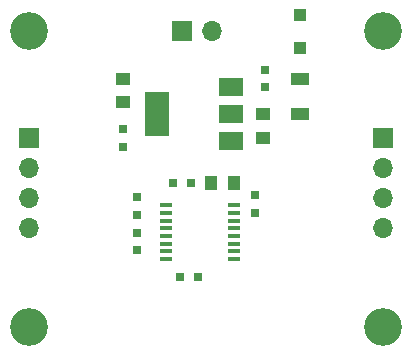
<source format=gts>
G04 #@! TF.GenerationSoftware,KiCad,Pcbnew,(5.1.10)-1*
G04 #@! TF.CreationDate,2021-07-21T16:10:59+02:00*
G04 #@! TF.ProjectId,rs232-ttl,72733233-322d-4747-946c-2e6b69636164,rev?*
G04 #@! TF.SameCoordinates,Original*
G04 #@! TF.FileFunction,Soldermask,Top*
G04 #@! TF.FilePolarity,Negative*
%FSLAX46Y46*%
G04 Gerber Fmt 4.6, Leading zero omitted, Abs format (unit mm)*
G04 Created by KiCad (PCBNEW (5.1.10)-1) date 2021-07-21 16:10:59*
%MOMM*%
%LPD*%
G01*
G04 APERTURE LIST*
%ADD10R,1.000000X0.400000*%
%ADD11R,2.000000X1.500000*%
%ADD12R,2.000000X3.800000*%
%ADD13O,1.700000X1.700000*%
%ADD14R,1.700000X1.700000*%
%ADD15C,3.200000*%
%ADD16R,1.100000X1.100000*%
%ADD17R,1.000000X1.250000*%
%ADD18R,1.250000X1.000000*%
%ADD19R,0.750000X0.800000*%
%ADD20R,0.800000X0.750000*%
%ADD21R,1.600000X1.000000*%
G04 APERTURE END LIST*
D10*
X66600000Y-134725000D03*
X66600000Y-135375000D03*
X66600000Y-136025000D03*
X66600000Y-136675000D03*
X66600000Y-137325000D03*
X66600000Y-137975000D03*
X66600000Y-138625000D03*
X66600000Y-139275000D03*
X72400000Y-139275000D03*
X72400000Y-138625000D03*
X72400000Y-137975000D03*
X72400000Y-137325000D03*
X72400000Y-136675000D03*
X72400000Y-136025000D03*
X72400000Y-135375000D03*
X72400000Y-134725000D03*
D11*
X72150000Y-129300000D03*
X72150000Y-124700000D03*
X72150000Y-127000000D03*
D12*
X65850000Y-127000000D03*
D13*
X55000000Y-136620000D03*
X55000000Y-134080000D03*
X55000000Y-131540000D03*
D14*
X55000000Y-129000000D03*
D13*
X85000000Y-136620000D03*
X85000000Y-134080000D03*
X85000000Y-131540000D03*
D14*
X85000000Y-129000000D03*
D13*
X70540000Y-120000000D03*
D14*
X68000000Y-120000000D03*
D15*
X85000000Y-120000000D03*
X55000000Y-145000000D03*
X85000000Y-145000000D03*
X55000000Y-120000000D03*
D16*
X78000000Y-121400000D03*
X78000000Y-118600000D03*
D17*
X72400000Y-132800000D03*
X70400000Y-132800000D03*
D18*
X63000000Y-126000000D03*
X63000000Y-124000000D03*
D19*
X74200000Y-135350000D03*
X74200000Y-133850000D03*
D20*
X67850000Y-140800000D03*
X69350000Y-140800000D03*
X68750000Y-132800000D03*
X67250000Y-132800000D03*
D19*
X64200000Y-137050000D03*
X64200000Y-138550000D03*
X64200000Y-134050000D03*
X64200000Y-135550000D03*
D18*
X74800000Y-127000000D03*
X74800000Y-129000000D03*
D19*
X63000000Y-129750000D03*
X63000000Y-128250000D03*
X75000000Y-123250000D03*
X75000000Y-124750000D03*
D21*
X78000000Y-124000000D03*
X78000000Y-127000000D03*
M02*

</source>
